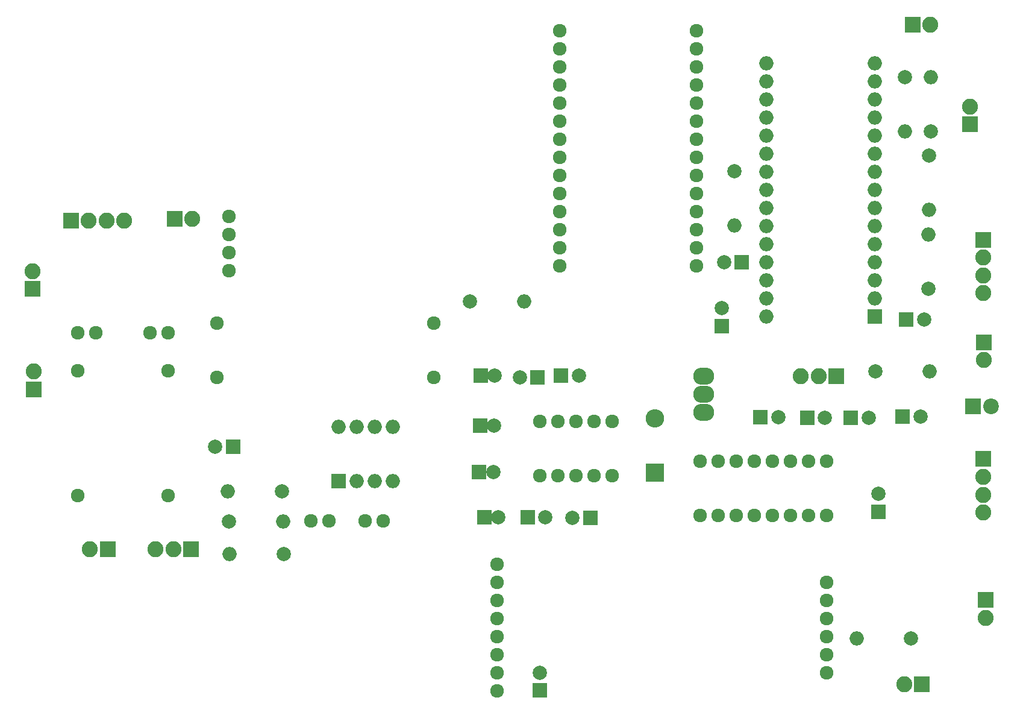
<source format=gbr>
G04 #@! TF.FileFunction,Soldermask,Top*
%FSLAX46Y46*%
G04 Gerber Fmt 4.6, Leading zero omitted, Abs format (unit mm)*
G04 Created by KiCad (PCBNEW 4.0.6+dfsg1-1) date Wed Nov 15 17:46:22 2017*
%MOMM*%
%LPD*%
G01*
G04 APERTURE LIST*
%ADD10C,0.100000*%
%ADD11R,2.600000X2.600000*%
%ADD12O,2.600000X2.600000*%
%ADD13R,2.000000X2.000000*%
%ADD14C,2.000000*%
%ADD15R,2.200000X2.200000*%
%ADD16C,2.200000*%
%ADD17R,2.250000X2.250000*%
%ADD18C,2.250000*%
%ADD19O,2.940000X2.432000*%
%ADD20O,2.000000X2.000000*%
%ADD21C,1.924000*%
G04 APERTURE END LIST*
D10*
D11*
X148800000Y-110300000D03*
D12*
X148800000Y-102680000D03*
D13*
X89500000Y-106700000D03*
D14*
X87000000Y-106700000D03*
D13*
X176300000Y-102600000D03*
D14*
X178800000Y-102600000D03*
D13*
X163600000Y-102500000D03*
D14*
X166100000Y-102500000D03*
D13*
X170200000Y-102600000D03*
D14*
X172700000Y-102600000D03*
D13*
X180200000Y-115800000D03*
D14*
X180200000Y-113300000D03*
D13*
X158200000Y-89700000D03*
D14*
X158200000Y-87200000D03*
D13*
X132300000Y-96900000D03*
D14*
X129800000Y-96900000D03*
D13*
X139700000Y-116700000D03*
D14*
X137200000Y-116700000D03*
D13*
X132600000Y-140900000D03*
D14*
X132600000Y-138400000D03*
D13*
X124200000Y-103700000D03*
D14*
X126200000Y-103700000D03*
D13*
X124100000Y-110200000D03*
D14*
X126100000Y-110200000D03*
D13*
X184100000Y-88800000D03*
D14*
X186600000Y-88800000D03*
D13*
X135600000Y-96700000D03*
D14*
X138100000Y-96700000D03*
D13*
X130900000Y-116600000D03*
D14*
X133400000Y-116600000D03*
D13*
X161000000Y-80800000D03*
D14*
X158500000Y-80800000D03*
D13*
X183600000Y-102400000D03*
D14*
X186100000Y-102400000D03*
D13*
X124800000Y-116600000D03*
D14*
X126800000Y-116600000D03*
D13*
X124300000Y-96700000D03*
D14*
X126300000Y-96700000D03*
D15*
X193500000Y-101000000D03*
D16*
X196040000Y-101000000D03*
D17*
X61300000Y-84500000D03*
D18*
X61300000Y-82000000D03*
D17*
X71900000Y-121100000D03*
D18*
X69400000Y-121100000D03*
D17*
X174300000Y-96800000D03*
D18*
X171800000Y-96800000D03*
X169300000Y-96800000D03*
D17*
X195000000Y-92000000D03*
D18*
X195000000Y-94500000D03*
D17*
X185000000Y-47400000D03*
D18*
X187500000Y-47400000D03*
D17*
X186300000Y-140000000D03*
D18*
X183800000Y-140000000D03*
D17*
X61500000Y-98600000D03*
D18*
X61500000Y-96100000D03*
D17*
X83600000Y-121100000D03*
D18*
X81100000Y-121100000D03*
X78600000Y-121100000D03*
D17*
X193100000Y-61400000D03*
D18*
X193100000Y-58900000D03*
D17*
X195300000Y-128200000D03*
D18*
X195300000Y-130700000D03*
D17*
X194900000Y-77600000D03*
D18*
X194900000Y-80100000D03*
X194900000Y-82600000D03*
X194900000Y-85100000D03*
D17*
X194900000Y-108400000D03*
D18*
X194900000Y-110900000D03*
X194900000Y-113400000D03*
X194900000Y-115900000D03*
D17*
X81300000Y-74700000D03*
D18*
X83800000Y-74700000D03*
D19*
X155600000Y-99300000D03*
X155600000Y-101840000D03*
X155600000Y-96760000D03*
D14*
X187600000Y-62400000D03*
D20*
X187600000Y-54780000D03*
D14*
X183960000Y-54760000D03*
D20*
X183960000Y-62380000D03*
D14*
X184800000Y-133600000D03*
D20*
X177180000Y-133600000D03*
D14*
X96600000Y-121700000D03*
D20*
X88980000Y-121700000D03*
D14*
X96400000Y-112900000D03*
D20*
X88780000Y-112900000D03*
D14*
X88900000Y-117200000D03*
D20*
X96520000Y-117200000D03*
D14*
X122800000Y-86300000D03*
D20*
X130420000Y-86300000D03*
D14*
X179760000Y-96100000D03*
D20*
X187380000Y-96100000D03*
D14*
X160000000Y-68000000D03*
D20*
X160000000Y-75620000D03*
D14*
X187300000Y-65800000D03*
D20*
X187300000Y-73420000D03*
D14*
X187200000Y-84500000D03*
D20*
X187200000Y-76880000D03*
D21*
X165270000Y-108690000D03*
X167810000Y-108690000D03*
X170350000Y-108690000D03*
X172890000Y-108690000D03*
X162730000Y-108690000D03*
X160190000Y-108690000D03*
X157650000Y-108690000D03*
X155110000Y-108690000D03*
X172890000Y-116310000D03*
X170350000Y-116310000D03*
X167810000Y-116310000D03*
X165270000Y-116310000D03*
X162730000Y-116310000D03*
X160190000Y-116310000D03*
X157650000Y-116310000D03*
X155110000Y-116310000D03*
D13*
X179700000Y-88400000D03*
D20*
X164460000Y-55380000D03*
X179700000Y-85860000D03*
X164460000Y-57920000D03*
X179700000Y-83320000D03*
X164460000Y-60460000D03*
X179700000Y-80780000D03*
X164460000Y-63000000D03*
X179700000Y-78240000D03*
X164460000Y-65540000D03*
X179700000Y-75700000D03*
X164460000Y-68080000D03*
X179700000Y-73160000D03*
X164460000Y-70620000D03*
X179700000Y-70620000D03*
X164460000Y-73160000D03*
X179700000Y-68080000D03*
X164460000Y-75700000D03*
X179700000Y-65540000D03*
X164460000Y-78240000D03*
X179700000Y-63000000D03*
X164460000Y-80780000D03*
X179700000Y-60460000D03*
X164460000Y-83320000D03*
X179700000Y-57920000D03*
X164460000Y-85860000D03*
X179700000Y-55380000D03*
X164460000Y-88400000D03*
X179700000Y-52840000D03*
X164460000Y-52840000D03*
D21*
X137700000Y-103090000D03*
X140240000Y-103090000D03*
X142780000Y-103090000D03*
X135160000Y-103090000D03*
X132620000Y-103090000D03*
X137700000Y-110710000D03*
X140240000Y-110710000D03*
X142780000Y-110710000D03*
X135160000Y-110710000D03*
X132620000Y-110710000D03*
D13*
X104300000Y-111500000D03*
D20*
X111920000Y-103880000D03*
X106840000Y-111500000D03*
X109380000Y-103880000D03*
X109380000Y-111500000D03*
X106840000Y-103880000D03*
X111920000Y-111500000D03*
X104300000Y-103880000D03*
D21*
X88910000Y-81910000D03*
X88910000Y-79370000D03*
X88910000Y-76830000D03*
X88910000Y-74290000D03*
D17*
X66700000Y-74900000D03*
D18*
X69200000Y-74900000D03*
X71700000Y-74900000D03*
X74200000Y-74900000D03*
D21*
X154601500Y-48290000D03*
X154601500Y-50830000D03*
X154601500Y-53370000D03*
X154601500Y-55910000D03*
X154601500Y-58450000D03*
X154601500Y-60990000D03*
X154601500Y-63530000D03*
X154601500Y-66070000D03*
X154601500Y-81310000D03*
X154601500Y-78770000D03*
X154601500Y-76230000D03*
X154601500Y-73690000D03*
X154601500Y-71150000D03*
X154601500Y-68610000D03*
X135398500Y-68610000D03*
X135398500Y-71150000D03*
X135398500Y-73690000D03*
X135398500Y-76230000D03*
X135398500Y-78770000D03*
X135398500Y-81310000D03*
X135398500Y-66070000D03*
X135398500Y-63530000D03*
X135398500Y-60990000D03*
X135398500Y-58450000D03*
X135398500Y-55910000D03*
X135398500Y-53370000D03*
X135398500Y-50830000D03*
X135398500Y-48290000D03*
X100438000Y-117114000D03*
X102978000Y-117114000D03*
X108058000Y-117114000D03*
X110598000Y-117114000D03*
X126600000Y-140990000D03*
X126600000Y-138450000D03*
X126600000Y-135910000D03*
X126600000Y-133370000D03*
X126600000Y-130830000D03*
X126600000Y-128290000D03*
X126600000Y-125750000D03*
X126600000Y-123210000D03*
X172934000Y-133370000D03*
X172934000Y-135910000D03*
X172934000Y-138450000D03*
X172934000Y-130830000D03*
X172934000Y-128290000D03*
X172934000Y-125750000D03*
X70190000Y-90670000D03*
X77810000Y-90670000D03*
X80350000Y-90670000D03*
X67650000Y-90670000D03*
X80350000Y-113530000D03*
X67650000Y-113530000D03*
X67650000Y-96004000D03*
X80350000Y-96004000D03*
X117740000Y-96910000D03*
X117740000Y-89290000D03*
X87260000Y-96910000D03*
X87260000Y-89290000D03*
M02*

</source>
